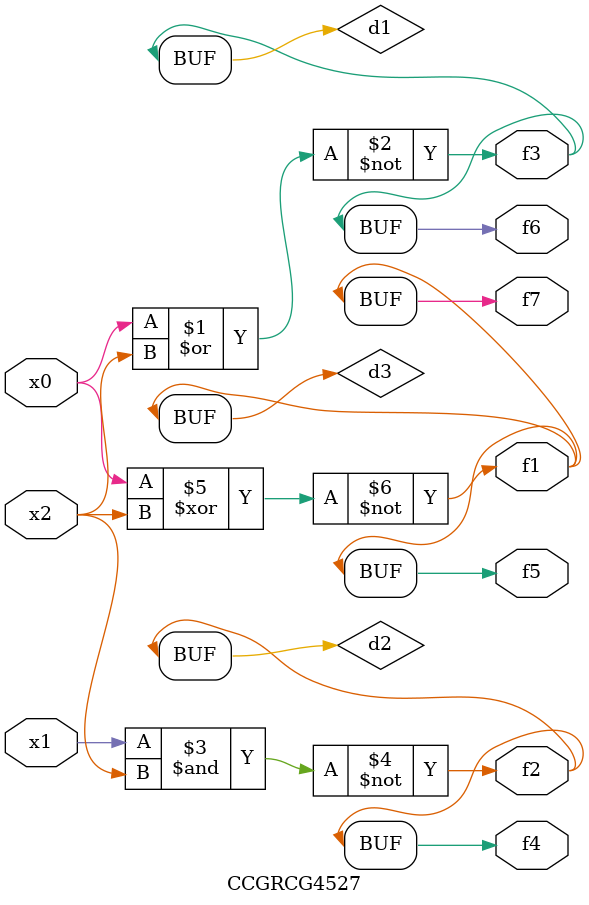
<source format=v>
module CCGRCG4527(
	input x0, x1, x2,
	output f1, f2, f3, f4, f5, f6, f7
);

	wire d1, d2, d3;

	nor (d1, x0, x2);
	nand (d2, x1, x2);
	xnor (d3, x0, x2);
	assign f1 = d3;
	assign f2 = d2;
	assign f3 = d1;
	assign f4 = d2;
	assign f5 = d3;
	assign f6 = d1;
	assign f7 = d3;
endmodule

</source>
